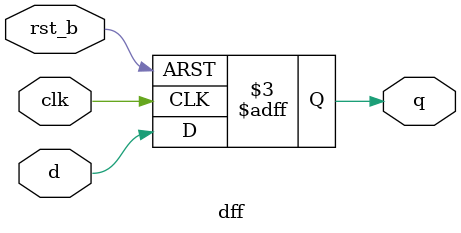
<source format=sv>
module dff #(
    parameter WIDTH = 1
) (
    input [WIDTH-1:0] d,
    output reg [WIDTH-1:0] q,
    input clk,
    input rst_b
);

    always @(posedge clk, negedge rst_b) begin
        if (rst_b == 0) begin
            q <= 0;
        end else begin
            q <= d;
        end
    end

endmodule
</source>
